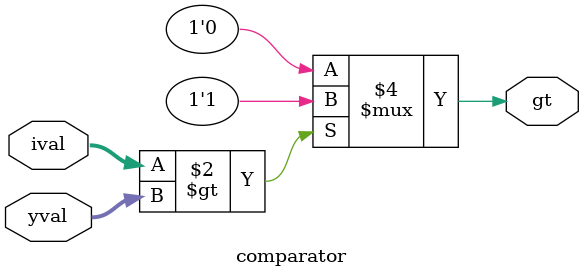
<source format=v>
module comparator 
# (parameter W = 32)
(input [W-1:0] ival, input [W-1:0] yval, output reg gt);

always @ (*) begin

  if (ival   > yval)
    gt =1;
  else
    gt =0;

end

endmodule

</source>
